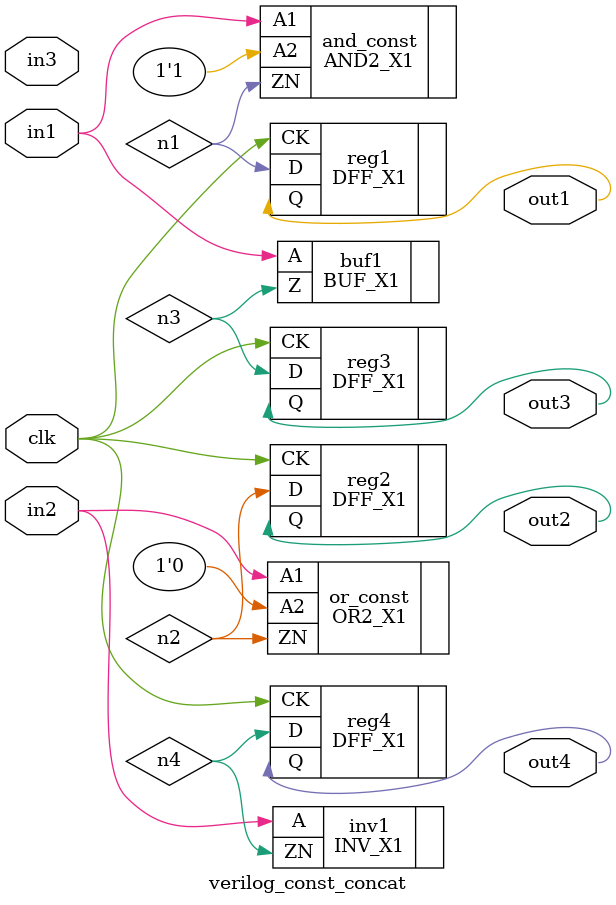
<source format=v>
module verilog_const_concat (clk, in1, in2, in3,
                             out1, out2, out3, out4);
  input clk, in1, in2, in3;
  output out1, out2, out3, out4;
  wire n1, n2, n3, n4;
  wire [3:0] bus_a;
  wire [1:0] bus_b;

  // Instances using constants
  AND2_X1 and_const (.A1(in1), .A2(1'b1), .ZN(n1));
  OR2_X1 or_const (.A1(in2), .A2(1'b0), .ZN(n2));

  BUF_X1 buf1 (.A(in1), .Z(n3));
  INV_X1 inv1 (.A(in2), .ZN(n4));

  DFF_X1 reg1 (.D(n1), .CK(clk), .Q(out1));
  DFF_X1 reg2 (.D(n2), .CK(clk), .Q(out2));
  DFF_X1 reg3 (.D(n3), .CK(clk), .Q(out3));
  DFF_X1 reg4 (.D(n4), .CK(clk), .Q(out4));
endmodule

</source>
